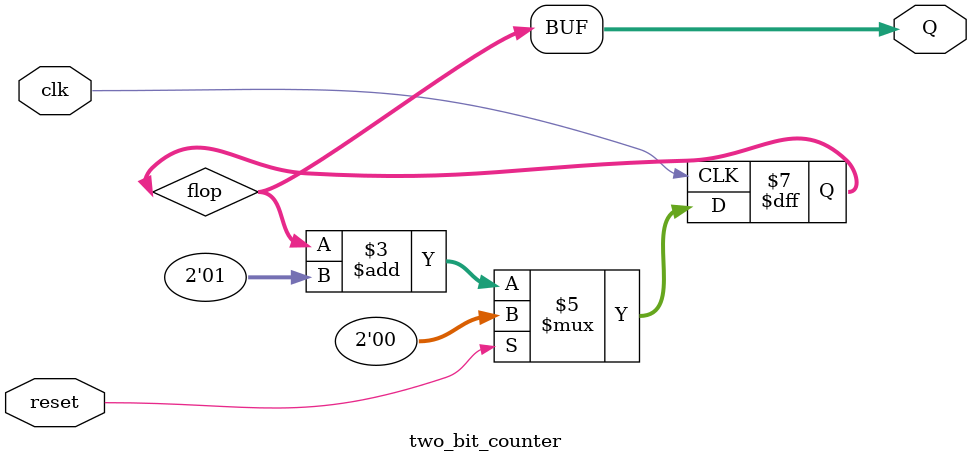
<source format=v>
module two_bit_counter(input clk, reset,  output[1:0] Q);

    //input
    reg[1:0] flop;

    always @(posedge clk) begin
        if(reset == 1'b1) 
        begin
            flop <= 2'b00;
        end
        else begin
          flop <= flop + 2'b01;
        end
    end

    assign Q = flop;

endmodule
</source>
